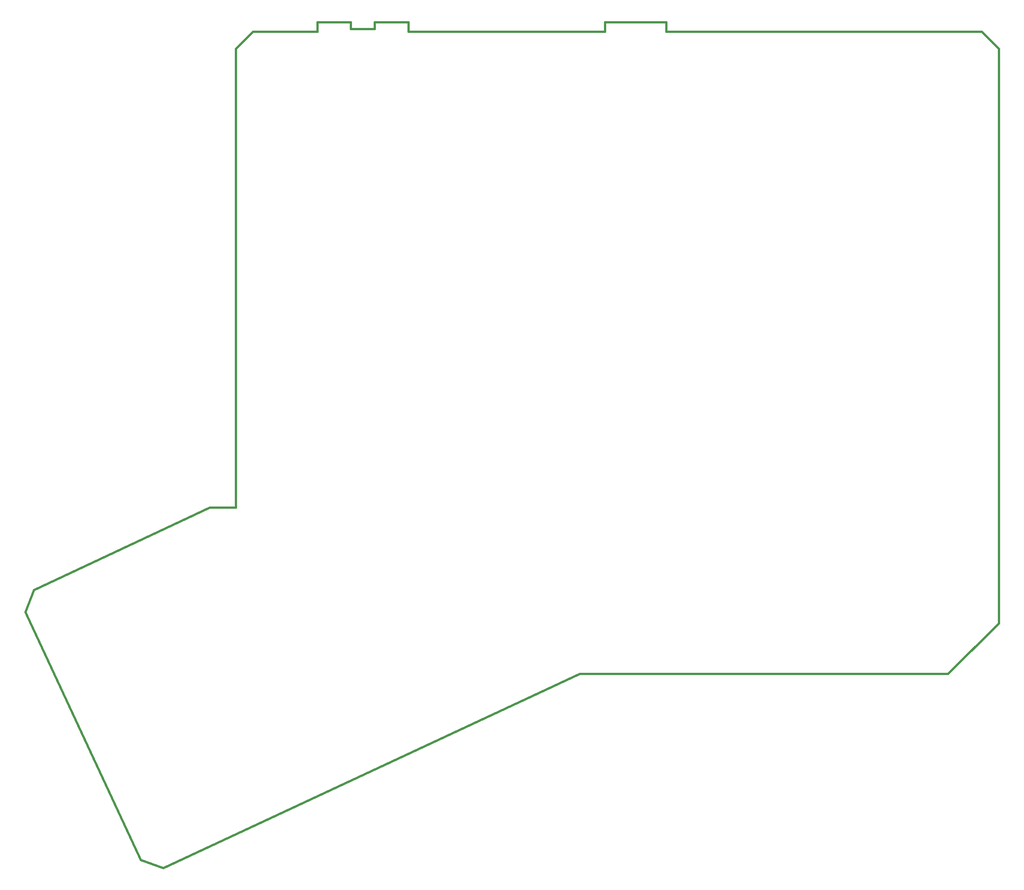
<source format=gbr>
G04 #@! TF.GenerationSoftware,KiCad,Pcbnew,(2017-04-04 revision 5dbfc0233)-makepkg*
G04 #@! TF.CreationDate,2017-04-22T22:17:14+08:00*
G04 #@! TF.ProjectId,ErgoDone,4572676F446F6E652E6B696361645F70,rev?*
G04 #@! TF.FileFunction,Profile,NP*
%FSLAX46Y46*%
G04 Gerber Fmt 4.6, Leading zero omitted, Abs format (unit mm)*
G04 Created by KiCad (PCBNEW (2017-04-04 revision 5dbfc0233)-makepkg) date 04/22/17 22:17:14*
%MOMM*%
%LPD*%
G01*
G04 APERTURE LIST*
%ADD10C,0.150000*%
%ADD11C,0.381000*%
G04 APERTURE END LIST*
D10*
D11*
X127152400Y-152908000D02*
X196392800Y-152908000D01*
X196392800Y-152908000D02*
X205917800Y-143383000D01*
X205917800Y-143383000D02*
X205917800Y-35433000D01*
X205917800Y-35433000D02*
X202742800Y-32258000D01*
X202742800Y-32258000D02*
X143408400Y-32258000D01*
X143408400Y-32258000D02*
X143408400Y-30480000D01*
X143408400Y-30480000D02*
X131902200Y-30480000D01*
X131902200Y-30480000D02*
X131902200Y-32258000D01*
X131902200Y-32258000D02*
X95046800Y-32258000D01*
X95046800Y-32258000D02*
X95046800Y-30480000D01*
X95046800Y-30480000D02*
X88709500Y-30480000D01*
X88709500Y-30480000D02*
X88709500Y-31750000D01*
X88709500Y-31750000D02*
X84213700Y-31750000D01*
X84213700Y-31750000D02*
X84213700Y-30480000D01*
X84213700Y-30480000D02*
X77876400Y-30480000D01*
X77876400Y-30480000D02*
X77876400Y-32258000D01*
X77876400Y-32258000D02*
X65811400Y-32258000D01*
X65811400Y-32258000D02*
X62611000Y-35433000D01*
X62611000Y-35433000D02*
X62611000Y-121666000D01*
X62611000Y-121666000D02*
X57708800Y-121666000D01*
X57708800Y-121666000D02*
X24617680Y-137096500D01*
X24617680Y-137096500D02*
X23080980Y-141315440D01*
X23080980Y-141315440D02*
X44764960Y-187817760D01*
X44764960Y-187817760D02*
X48983900Y-189351920D01*
X48983900Y-189351920D02*
X127152400Y-152908000D01*
M02*

</source>
